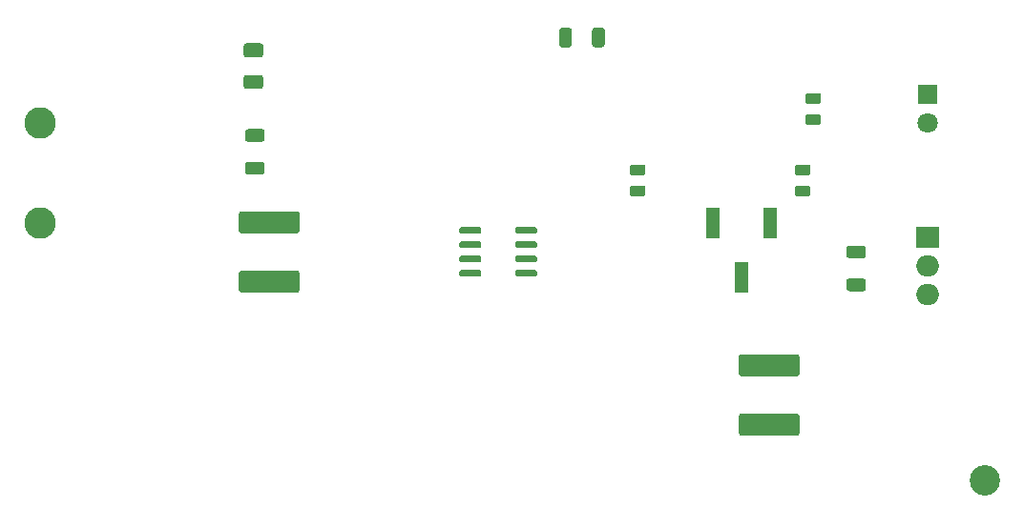
<source format=gbr>
%TF.GenerationSoftware,KiCad,Pcbnew,(5.1.9)-1*%
%TF.CreationDate,2021-03-19T17:10:50+05:30*%
%TF.ProjectId,PWM Based DC Motor Speed Controller,50574d20-4261-4736-9564-204443204d6f,rev?*%
%TF.SameCoordinates,Original*%
%TF.FileFunction,Soldermask,Top*%
%TF.FilePolarity,Negative*%
%FSLAX46Y46*%
G04 Gerber Fmt 4.6, Leading zero omitted, Abs format (unit mm)*
G04 Created by KiCad (PCBNEW (5.1.9)-1) date 2021-03-19 17:10:50*
%MOMM*%
%LPD*%
G01*
G04 APERTURE LIST*
%ADD10C,2.700000*%
%ADD11C,2.800000*%
%ADD12R,1.190000X2.790000*%
%ADD13O,2.000000X1.905000*%
%ADD14R,2.000000X1.905000*%
%ADD15C,1.800000*%
%ADD16R,1.800000X1.800000*%
G04 APERTURE END LIST*
D10*
%TO.C,REF\u002A\u002A*%
X175260000Y-119380000D03*
%TD*%
%TO.C,U1*%
G36*
G01*
X130580000Y-100815000D02*
X130580000Y-101115000D01*
G75*
G02*
X130430000Y-101265000I-150000J0D01*
G01*
X128780000Y-101265000D01*
G75*
G02*
X128630000Y-101115000I0J150000D01*
G01*
X128630000Y-100815000D01*
G75*
G02*
X128780000Y-100665000I150000J0D01*
G01*
X130430000Y-100665000D01*
G75*
G02*
X130580000Y-100815000I0J-150000D01*
G01*
G37*
G36*
G01*
X130580000Y-99545000D02*
X130580000Y-99845000D01*
G75*
G02*
X130430000Y-99995000I-150000J0D01*
G01*
X128780000Y-99995000D01*
G75*
G02*
X128630000Y-99845000I0J150000D01*
G01*
X128630000Y-99545000D01*
G75*
G02*
X128780000Y-99395000I150000J0D01*
G01*
X130430000Y-99395000D01*
G75*
G02*
X130580000Y-99545000I0J-150000D01*
G01*
G37*
G36*
G01*
X130580000Y-98275000D02*
X130580000Y-98575000D01*
G75*
G02*
X130430000Y-98725000I-150000J0D01*
G01*
X128780000Y-98725000D01*
G75*
G02*
X128630000Y-98575000I0J150000D01*
G01*
X128630000Y-98275000D01*
G75*
G02*
X128780000Y-98125000I150000J0D01*
G01*
X130430000Y-98125000D01*
G75*
G02*
X130580000Y-98275000I0J-150000D01*
G01*
G37*
G36*
G01*
X130580000Y-97005000D02*
X130580000Y-97305000D01*
G75*
G02*
X130430000Y-97455000I-150000J0D01*
G01*
X128780000Y-97455000D01*
G75*
G02*
X128630000Y-97305000I0J150000D01*
G01*
X128630000Y-97005000D01*
G75*
G02*
X128780000Y-96855000I150000J0D01*
G01*
X130430000Y-96855000D01*
G75*
G02*
X130580000Y-97005000I0J-150000D01*
G01*
G37*
G36*
G01*
X135530000Y-97005000D02*
X135530000Y-97305000D01*
G75*
G02*
X135380000Y-97455000I-150000J0D01*
G01*
X133730000Y-97455000D01*
G75*
G02*
X133580000Y-97305000I0J150000D01*
G01*
X133580000Y-97005000D01*
G75*
G02*
X133730000Y-96855000I150000J0D01*
G01*
X135380000Y-96855000D01*
G75*
G02*
X135530000Y-97005000I0J-150000D01*
G01*
G37*
G36*
G01*
X135530000Y-98275000D02*
X135530000Y-98575000D01*
G75*
G02*
X135380000Y-98725000I-150000J0D01*
G01*
X133730000Y-98725000D01*
G75*
G02*
X133580000Y-98575000I0J150000D01*
G01*
X133580000Y-98275000D01*
G75*
G02*
X133730000Y-98125000I150000J0D01*
G01*
X135380000Y-98125000D01*
G75*
G02*
X135530000Y-98275000I0J-150000D01*
G01*
G37*
G36*
G01*
X135530000Y-99545000D02*
X135530000Y-99845000D01*
G75*
G02*
X135380000Y-99995000I-150000J0D01*
G01*
X133730000Y-99995000D01*
G75*
G02*
X133580000Y-99845000I0J150000D01*
G01*
X133580000Y-99545000D01*
G75*
G02*
X133730000Y-99395000I150000J0D01*
G01*
X135380000Y-99395000D01*
G75*
G02*
X135530000Y-99545000I0J-150000D01*
G01*
G37*
G36*
G01*
X135530000Y-100815000D02*
X135530000Y-101115000D01*
G75*
G02*
X135380000Y-101265000I-150000J0D01*
G01*
X133730000Y-101265000D01*
G75*
G02*
X133580000Y-101115000I0J150000D01*
G01*
X133580000Y-100815000D01*
G75*
G02*
X133730000Y-100665000I150000J0D01*
G01*
X135380000Y-100665000D01*
G75*
G02*
X135530000Y-100815000I0J-150000D01*
G01*
G37*
%TD*%
D11*
%TO.C,TP2*%
X91440000Y-96520000D03*
%TD*%
%TO.C,TP1*%
X91440000Y-87630000D03*
%TD*%
D12*
%TO.C,RV1*%
X151130000Y-96520000D03*
X153670000Y-101350000D03*
X156210000Y-96520000D03*
%TD*%
%TO.C,R3*%
G36*
G01*
X163204999Y-101422500D02*
X164455001Y-101422500D01*
G75*
G02*
X164705000Y-101672499I0J-249999D01*
G01*
X164705000Y-102297501D01*
G75*
G02*
X164455001Y-102547500I-249999J0D01*
G01*
X163204999Y-102547500D01*
G75*
G02*
X162955000Y-102297501I0J249999D01*
G01*
X162955000Y-101672499D01*
G75*
G02*
X163204999Y-101422500I249999J0D01*
G01*
G37*
G36*
G01*
X163204999Y-98497500D02*
X164455001Y-98497500D01*
G75*
G02*
X164705000Y-98747499I0J-249999D01*
G01*
X164705000Y-99372501D01*
G75*
G02*
X164455001Y-99622500I-249999J0D01*
G01*
X163204999Y-99622500D01*
G75*
G02*
X162955000Y-99372501I0J249999D01*
G01*
X162955000Y-98747499D01*
G75*
G02*
X163204999Y-98497500I249999J0D01*
G01*
G37*
%TD*%
%TO.C,R2*%
G36*
G01*
X140407500Y-80635001D02*
X140407500Y-79384999D01*
G75*
G02*
X140657499Y-79135000I249999J0D01*
G01*
X141282501Y-79135000D01*
G75*
G02*
X141532500Y-79384999I0J-249999D01*
G01*
X141532500Y-80635001D01*
G75*
G02*
X141282501Y-80885000I-249999J0D01*
G01*
X140657499Y-80885000D01*
G75*
G02*
X140407500Y-80635001I0J249999D01*
G01*
G37*
G36*
G01*
X137482500Y-80635001D02*
X137482500Y-79384999D01*
G75*
G02*
X137732499Y-79135000I249999J0D01*
G01*
X138357501Y-79135000D01*
G75*
G02*
X138607500Y-79384999I0J-249999D01*
G01*
X138607500Y-80635001D01*
G75*
G02*
X138357501Y-80885000I-249999J0D01*
G01*
X137732499Y-80885000D01*
G75*
G02*
X137482500Y-80635001I0J249999D01*
G01*
G37*
%TD*%
%TO.C,R1*%
G36*
G01*
X111115001Y-89270000D02*
X109864999Y-89270000D01*
G75*
G02*
X109615000Y-89020001I0J249999D01*
G01*
X109615000Y-88394999D01*
G75*
G02*
X109864999Y-88145000I249999J0D01*
G01*
X111115001Y-88145000D01*
G75*
G02*
X111365000Y-88394999I0J-249999D01*
G01*
X111365000Y-89020001D01*
G75*
G02*
X111115001Y-89270000I-249999J0D01*
G01*
G37*
G36*
G01*
X111115001Y-92195000D02*
X109864999Y-92195000D01*
G75*
G02*
X109615000Y-91945001I0J249999D01*
G01*
X109615000Y-91319999D01*
G75*
G02*
X109864999Y-91070000I249999J0D01*
G01*
X111115001Y-91070000D01*
G75*
G02*
X111365000Y-91319999I0J-249999D01*
G01*
X111365000Y-91945001D01*
G75*
G02*
X111115001Y-92195000I-249999J0D01*
G01*
G37*
%TD*%
D13*
%TO.C,Q1*%
X170180000Y-102870000D03*
X170180000Y-100330000D03*
D14*
X170180000Y-97790000D03*
%TD*%
D15*
%TO.C,M1*%
X170180000Y-87630000D03*
D16*
X170180000Y-85090000D03*
%TD*%
%TO.C,D4*%
G36*
G01*
X160476250Y-85910000D02*
X159563750Y-85910000D01*
G75*
G02*
X159320000Y-85666250I0J243750D01*
G01*
X159320000Y-85178750D01*
G75*
G02*
X159563750Y-84935000I243750J0D01*
G01*
X160476250Y-84935000D01*
G75*
G02*
X160720000Y-85178750I0J-243750D01*
G01*
X160720000Y-85666250D01*
G75*
G02*
X160476250Y-85910000I-243750J0D01*
G01*
G37*
G36*
G01*
X160476250Y-87785000D02*
X159563750Y-87785000D01*
G75*
G02*
X159320000Y-87541250I0J243750D01*
G01*
X159320000Y-87053750D01*
G75*
G02*
X159563750Y-86810000I243750J0D01*
G01*
X160476250Y-86810000D01*
G75*
G02*
X160720000Y-87053750I0J-243750D01*
G01*
X160720000Y-87541250D01*
G75*
G02*
X160476250Y-87785000I-243750J0D01*
G01*
G37*
%TD*%
%TO.C,D3*%
G36*
G01*
X158626250Y-93160000D02*
X159538750Y-93160000D01*
G75*
G02*
X159782500Y-93403750I0J-243750D01*
G01*
X159782500Y-93891250D01*
G75*
G02*
X159538750Y-94135000I-243750J0D01*
G01*
X158626250Y-94135000D01*
G75*
G02*
X158382500Y-93891250I0J243750D01*
G01*
X158382500Y-93403750D01*
G75*
G02*
X158626250Y-93160000I243750J0D01*
G01*
G37*
G36*
G01*
X158626250Y-91285000D02*
X159538750Y-91285000D01*
G75*
G02*
X159782500Y-91528750I0J-243750D01*
G01*
X159782500Y-92016250D01*
G75*
G02*
X159538750Y-92260000I-243750J0D01*
G01*
X158626250Y-92260000D01*
G75*
G02*
X158382500Y-92016250I0J243750D01*
G01*
X158382500Y-91528750D01*
G75*
G02*
X158626250Y-91285000I243750J0D01*
G01*
G37*
%TD*%
%TO.C,D2*%
G36*
G01*
X144903750Y-92260000D02*
X143991250Y-92260000D01*
G75*
G02*
X143747500Y-92016250I0J243750D01*
G01*
X143747500Y-91528750D01*
G75*
G02*
X143991250Y-91285000I243750J0D01*
G01*
X144903750Y-91285000D01*
G75*
G02*
X145147500Y-91528750I0J-243750D01*
G01*
X145147500Y-92016250D01*
G75*
G02*
X144903750Y-92260000I-243750J0D01*
G01*
G37*
G36*
G01*
X144903750Y-94135000D02*
X143991250Y-94135000D01*
G75*
G02*
X143747500Y-93891250I0J243750D01*
G01*
X143747500Y-93403750D01*
G75*
G02*
X143991250Y-93160000I243750J0D01*
G01*
X144903750Y-93160000D01*
G75*
G02*
X145147500Y-93403750I0J-243750D01*
G01*
X145147500Y-93891250D01*
G75*
G02*
X144903750Y-94135000I-243750J0D01*
G01*
G37*
%TD*%
%TO.C,D1*%
G36*
G01*
X110985000Y-81775000D02*
X109735000Y-81775000D01*
G75*
G02*
X109485000Y-81525000I0J250000D01*
G01*
X109485000Y-80775000D01*
G75*
G02*
X109735000Y-80525000I250000J0D01*
G01*
X110985000Y-80525000D01*
G75*
G02*
X111235000Y-80775000I0J-250000D01*
G01*
X111235000Y-81525000D01*
G75*
G02*
X110985000Y-81775000I-250000J0D01*
G01*
G37*
G36*
G01*
X110985000Y-84575000D02*
X109735000Y-84575000D01*
G75*
G02*
X109485000Y-84325000I0J250000D01*
G01*
X109485000Y-83575000D01*
G75*
G02*
X109735000Y-83325000I250000J0D01*
G01*
X110985000Y-83325000D01*
G75*
G02*
X111235000Y-83575000I0J-250000D01*
G01*
X111235000Y-84325000D01*
G75*
G02*
X110985000Y-84575000I-250000J0D01*
G01*
G37*
%TD*%
%TO.C,C2*%
G36*
G01*
X153662498Y-113410000D02*
X158562502Y-113410000D01*
G75*
G02*
X158812500Y-113659998I0J-249998D01*
G01*
X158812500Y-115135002D01*
G75*
G02*
X158562502Y-115385000I-249998J0D01*
G01*
X153662498Y-115385000D01*
G75*
G02*
X153412500Y-115135002I0J249998D01*
G01*
X153412500Y-113659998D01*
G75*
G02*
X153662498Y-113410000I249998J0D01*
G01*
G37*
G36*
G01*
X153662498Y-108135000D02*
X158562502Y-108135000D01*
G75*
G02*
X158812500Y-108384998I0J-249998D01*
G01*
X158812500Y-109860002D01*
G75*
G02*
X158562502Y-110110000I-249998J0D01*
G01*
X153662498Y-110110000D01*
G75*
G02*
X153412500Y-109860002I0J249998D01*
G01*
X153412500Y-108384998D01*
G75*
G02*
X153662498Y-108135000I249998J0D01*
G01*
G37*
%TD*%
%TO.C,C1*%
G36*
G01*
X109309998Y-100710000D02*
X114210002Y-100710000D01*
G75*
G02*
X114460000Y-100959998I0J-249998D01*
G01*
X114460000Y-102435002D01*
G75*
G02*
X114210002Y-102685000I-249998J0D01*
G01*
X109309998Y-102685000D01*
G75*
G02*
X109060000Y-102435002I0J249998D01*
G01*
X109060000Y-100959998D01*
G75*
G02*
X109309998Y-100710000I249998J0D01*
G01*
G37*
G36*
G01*
X109309998Y-95435000D02*
X114210002Y-95435000D01*
G75*
G02*
X114460000Y-95684998I0J-249998D01*
G01*
X114460000Y-97160002D01*
G75*
G02*
X114210002Y-97410000I-249998J0D01*
G01*
X109309998Y-97410000D01*
G75*
G02*
X109060000Y-97160002I0J249998D01*
G01*
X109060000Y-95684998D01*
G75*
G02*
X109309998Y-95435000I249998J0D01*
G01*
G37*
%TD*%
M02*

</source>
